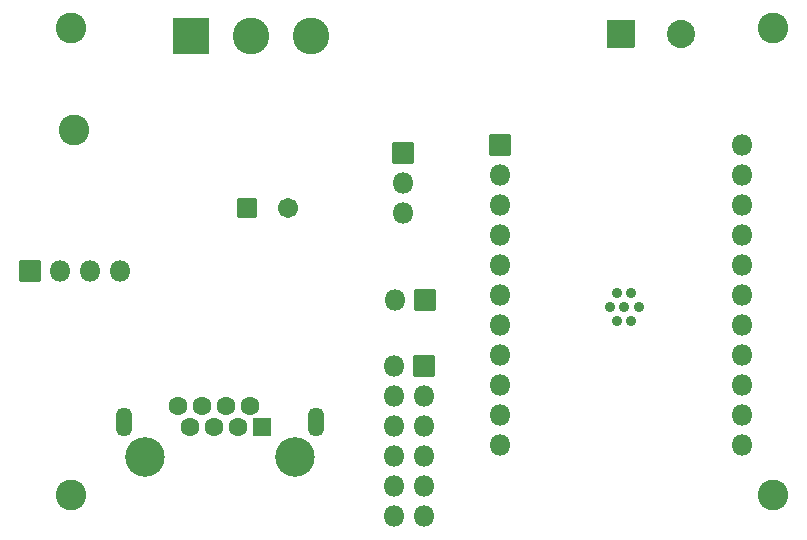
<source format=gbr>
G04 #@! TF.GenerationSoftware,KiCad,Pcbnew,(6.0.0)*
G04 #@! TF.CreationDate,2022-07-24T20:55:29-05:00*
G04 #@! TF.ProjectId,SimpleBuildSoundsAmp,53696d70-6c65-4427-9569-6c64536f756e,rev?*
G04 #@! TF.SameCoordinates,Original*
G04 #@! TF.FileFunction,Soldermask,Top*
G04 #@! TF.FilePolarity,Negative*
%FSLAX46Y46*%
G04 Gerber Fmt 4.6, Leading zero omitted, Abs format (unit mm)*
G04 Created by KiCad (PCBNEW (6.0.0)) date 2022-07-24 20:55:29*
%MOMM*%
%LPD*%
G01*
G04 APERTURE LIST*
G04 Aperture macros list*
%AMRoundRect*
0 Rectangle with rounded corners*
0 $1 Rounding radius*
0 $2 $3 $4 $5 $6 $7 $8 $9 X,Y pos of 4 corners*
0 Add a 4 corners polygon primitive as box body*
4,1,4,$2,$3,$4,$5,$6,$7,$8,$9,$2,$3,0*
0 Add four circle primitives for the rounded corners*
1,1,$1+$1,$2,$3*
1,1,$1+$1,$4,$5*
1,1,$1+$1,$6,$7*
1,1,$1+$1,$8,$9*
0 Add four rect primitives between the rounded corners*
20,1,$1+$1,$2,$3,$4,$5,0*
20,1,$1+$1,$4,$5,$6,$7,0*
20,1,$1+$1,$6,$7,$8,$9,0*
20,1,$1+$1,$8,$9,$2,$3,0*%
%AMHorizOval*
0 Thick line with rounded ends*
0 $1 width*
0 $2 $3 position (X,Y) of the first rounded end (center of the circle)*
0 $4 $5 position (X,Y) of the second rounded end (center of the circle)*
0 Add line between two ends*
20,1,$1,$2,$3,$4,$5,0*
0 Add two circle primitives to create the rounded ends*
1,1,$1,$2,$3*
1,1,$1,$4,$5*%
G04 Aperture macros list end*
%ADD10RoundRect,0.051000X-0.850000X0.850000X-0.850000X-0.850000X0.850000X-0.850000X0.850000X0.850000X0*%
%ADD11O,1.802000X1.802000*%
%ADD12RoundRect,0.051000X-0.800000X-0.800000X0.800000X-0.800000X0.800000X0.800000X-0.800000X0.800000X0*%
%ADD13C,1.702000*%
%ADD14HorizOval,2.602000X0.000000X0.000000X0.000000X0.000000X0*%
%ADD15RoundRect,0.051000X0.850000X-0.850000X0.850000X0.850000X-0.850000X0.850000X-0.850000X-0.850000X0*%
%ADD16C,3.352000*%
%ADD17RoundRect,0.051000X-0.750000X-0.750000X0.750000X-0.750000X0.750000X0.750000X-0.750000X0.750000X0*%
%ADD18C,1.602000*%
%ADD19O,1.361000X2.464000*%
%ADD20RoundRect,0.051000X-1.143000X-1.143000X1.143000X-1.143000X1.143000X1.143000X-1.143000X1.143000X0*%
%ADD21C,2.388000*%
%ADD22C,2.602000*%
%ADD23RoundRect,0.051000X-0.850000X-0.850000X0.850000X-0.850000X0.850000X0.850000X-0.850000X0.850000X0*%
%ADD24RoundRect,0.051000X-1.500000X-1.500000X1.500000X-1.500000X1.500000X1.500000X-1.500000X1.500000X0*%
%ADD25C,3.102000*%
%ADD26C,0.902000*%
G04 APERTURE END LIST*
D10*
X168660000Y-70470000D03*
D11*
X166120000Y-70470000D03*
D12*
X153600000Y-62650000D03*
D13*
X157100000Y-62650000D03*
D14*
X138991900Y-56061000D03*
D15*
X135220000Y-68020000D03*
D11*
X137760000Y-68020000D03*
X140300000Y-68020000D03*
X142840000Y-68020000D03*
D16*
X144981680Y-83700820D03*
X157681680Y-83700820D03*
D17*
X154880980Y-81160820D03*
D18*
X153860980Y-79380820D03*
X152850980Y-81160820D03*
X151830980Y-79380820D03*
X150820980Y-81160820D03*
X149800980Y-79380820D03*
X148790980Y-81160820D03*
X147770980Y-79380820D03*
D19*
X143201680Y-80798870D03*
X159461680Y-80798870D03*
D20*
X185300000Y-47900000D03*
D21*
X190380000Y-47900000D03*
D22*
X138684000Y-47412000D03*
X198120000Y-47412000D03*
X138684000Y-86972500D03*
X198120000Y-86972500D03*
D23*
X175050000Y-57300000D03*
D11*
X195550000Y-57300000D03*
X175050000Y-59840000D03*
X195550000Y-59840000D03*
X175050000Y-62380000D03*
X195550000Y-62380000D03*
X175050000Y-64920000D03*
X195550000Y-64920000D03*
X175050000Y-67460000D03*
X195550000Y-67460000D03*
X175050000Y-70000000D03*
X195550000Y-70000000D03*
X175050000Y-72540000D03*
X195550000Y-72540000D03*
X175050000Y-75080000D03*
X195550000Y-75080000D03*
X175050000Y-77620000D03*
X195550000Y-77620000D03*
X175050000Y-80160000D03*
X195550000Y-80160000D03*
X175050000Y-82700000D03*
X195550000Y-82700000D03*
D24*
X148900000Y-48100000D03*
D25*
X153980000Y-48100000D03*
X159060000Y-48100000D03*
D10*
X166810000Y-57980000D03*
D11*
X166810000Y-60520000D03*
X166810000Y-63060000D03*
D23*
X168620000Y-76075000D03*
D11*
X166080000Y-76075000D03*
X168620000Y-78615000D03*
X166080000Y-78615000D03*
X168620000Y-81155000D03*
X166080000Y-81155000D03*
X168620000Y-83695000D03*
X166080000Y-83695000D03*
X168620000Y-86235000D03*
X166080000Y-86235000D03*
X168620000Y-88775000D03*
X166080000Y-88775000D03*
D26*
X185550000Y-71025000D03*
X184943575Y-72237850D03*
X184337150Y-71025000D03*
X186156425Y-72237850D03*
X186762850Y-71025000D03*
X186156425Y-69812150D03*
X184943575Y-69812150D03*
M02*

</source>
